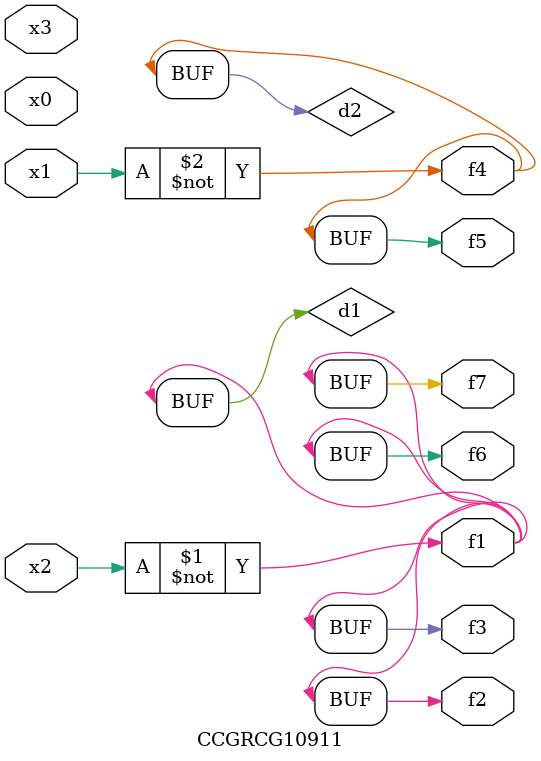
<source format=v>
module CCGRCG10911(
	input x0, x1, x2, x3,
	output f1, f2, f3, f4, f5, f6, f7
);

	wire d1, d2;

	xnor (d1, x2);
	not (d2, x1);
	assign f1 = d1;
	assign f2 = d1;
	assign f3 = d1;
	assign f4 = d2;
	assign f5 = d2;
	assign f6 = d1;
	assign f7 = d1;
endmodule

</source>
